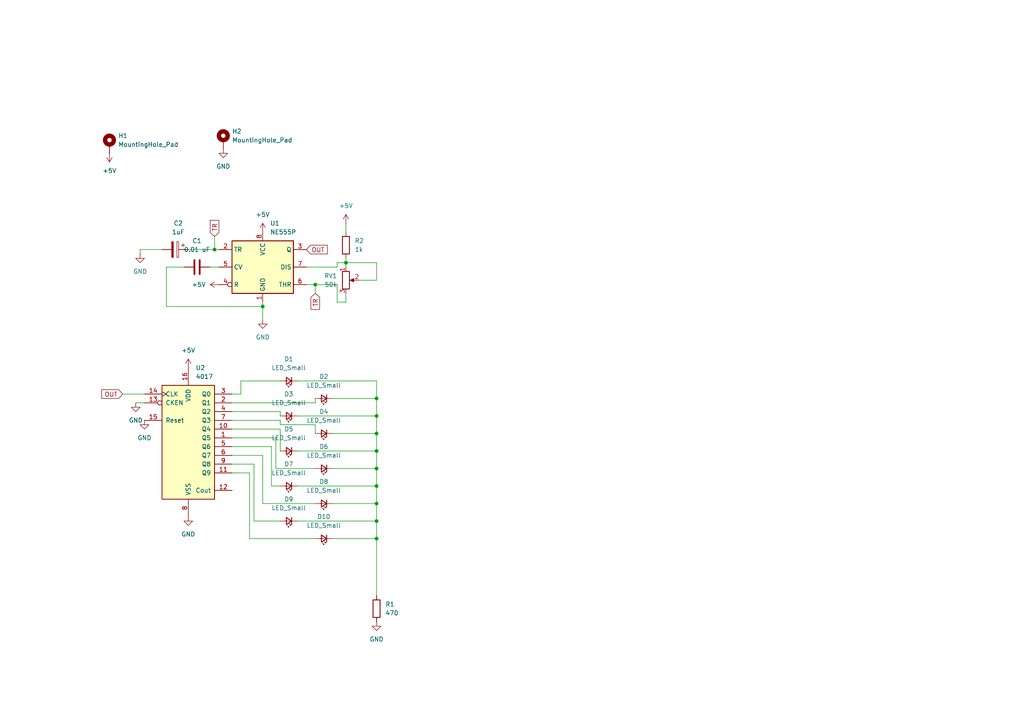
<source format=kicad_sch>
(kicad_sch (version 20250114) (generator "eeschema") (generator_version "9.0")
  (paper "A4")
  (lib_symbols
    (symbol "4xxx:4017" (pin_names (offset 1.016))
      (property "Reference" "U" (at -7.62 16.51 0))
      (property "Value" "4017" (at -7.62 -19.05 0))
      (symbol "4017_1_0"
        (pin input clock (at -12.7 12.7 0) (length 5.08) (name "CLK") (number "14"))
        (pin input inverted (at -12.7 10.16 0) (length 5.08) (name "CKEN") (number "13"))
        (pin input line (at -12.7 5.08 0) (length 5.08) (name "Reset") (number "15"))
        (pin power_in line (at 0 20.32 270) (length 5.08) (name "VDD") (number "16"))
        (pin power_in line (at 0 -22.86 90) (length 5.08) (name "VSS") (number "8"))
        (pin output line (at 12.7 12.7 180) (length 5.08) (name "Q0") (number "3"))
        (pin output line (at 12.7 10.16 180) (length 5.08) (name "Q1") (number "2"))
        (pin output line (at 12.7 7.62 180) (length 5.08) (name "Q2") (number "4"))
        (pin output line (at 12.7 5.08 180) (length 5.08) (name "Q3") (number "7"))
        (pin output line (at 12.7 2.54 180) (length 5.08) (name "Q4") (number "10"))
        (pin output line (at 12.7 0 180) (length 5.08) (name "Q5") (number "1"))
        (pin output line (at 12.7 -2.54 180) (length 5.08) (name "Q6") (number "5"))
        (pin output line (at 12.7 -5.08 180) (length 5.08) (name "Q7") (number "6"))
        (pin output line (at 12.7 -7.62 180) (length 5.08) (name "Q8") (number "9"))
        (pin output line (at 12.7 -10.16 180) (length 5.08) (name "Q9") (number "11"))
        (pin output line (at 12.7 -15.24 180) (length 5.08) (name "Cout") (number "12"))
      )
      (symbol "4017_1_1"
        (rectangle (start -7.62 15.24) (end 7.62 -17.78) (stroke (width 0.254)) (fill (type background)))
      )
    )
    (symbol "Device:C" (pin_numbers (hide yes)) (pin_names (offset 0.254))
      (property "Reference" "C" (at 0.635 2.54 0))
      (property "Value" "C" (at 0.635 -2.54 0))
      (symbol "C_0_1"
        (polyline (pts (xy -2.032 0.762) (xy 2.032 0.762)) (stroke (width 0.508)))
        (polyline (pts (xy -2.032 -0.762) (xy 2.032 -0.762)) (stroke (width 0.508)))
      )
      (symbol "C_1_1"
        (pin passive line (at 0 3.81 270) (length 2.794) (name "~") (number "1"))
        (pin passive line (at 0 -3.81 90) (length 2.794) (name "~") (number "2"))
      )
    )
    (symbol "Device:C_Polarized" (pin_numbers (hide yes)) (pin_names (offset 0.254))
      (property "Reference" "C" (at 0.635 2.54 0))
      (property "Value" "C_Polarized" (at 0.635 -2.54 0))
      (symbol "C_Polarized_0_1"
        (rectangle (start -2.286 0.508) (end 2.286 1.016))
        (polyline (pts (xy -1.778 2.286) (xy -0.762 2.286)))
        (polyline (pts (xy -1.27 2.794) (xy -1.27 1.778)))
        (rectangle (start 2.286 -0.508) (end -2.286 -1.016) (fill (type outline)))
      )
      (symbol "C_Polarized_1_1"
        (pin passive line (at 0 3.81 270) (length 2.794) (name "~") (number "1"))
        (pin passive line (at 0 -3.81 90) (length 2.794) (name "~") (number "2"))
      )
    )
    (symbol "Device:LED_Small" (pin_numbers (hide yes)) (pin_names (offset 0.254) (hide yes))
      (property "Reference" "D" (at -1.27 3.175 0))
      (property "Value" "LED_Small" (at -4.445 -2.54 0))
      (symbol "LED_Small_0_1"
        (polyline (pts (xy -0.762 -1.016) (xy -0.762 1.016)) (stroke (width 0.254)))
        (polyline (pts (xy 0 0.762) (xy -0.508 1.27) (xy -0.254 1.27) (xy -0.508 1.27) (xy -0.508 1.016)))
        (polyline (pts (xy 0.508 1.27) (xy 0 1.778) (xy 0.254 1.778) (xy 0 1.778) (xy 0 1.524)))
        (polyline (pts (xy 0.762 -1.016) (xy -0.762 0) (xy 0.762 1.016) (xy 0.762 -1.016)) (stroke (width 0.254)))
        (polyline (pts (xy 1.016 0) (xy -0.762 0)))
      )
      (symbol "LED_Small_1_1"
        (pin passive line (at -2.54 0 0) (length 1.778) (name "K") (number "1"))
        (pin passive line (at 2.54 0 180) (length 1.778) (name "A") (number "2"))
      )
    )
    (symbol "Device:R" (pin_numbers (hide yes)) (pin_names (offset 0))
      (property "Reference" "R" (at 2.032 0 90))
      (property "Value" "R" (at 0 0 90))
      (symbol "R_0_1"
        (rectangle (start -1.016 -2.54) (end 1.016 2.54) (stroke (width 0.254)))
      )
      (symbol "R_1_1"
        (pin passive line (at 0 3.81 270) (length 1.27) (name "~") (number "1"))
        (pin passive line (at 0 -3.81 90) (length 1.27) (name "~") (number "2"))
      )
    )
    (symbol "Device:R_Potentiometer" (pin_names (offset 1.016) (hide yes))
      (property "Reference" "RV" (at -4.445 0 90))
      (property "Value" "R_Potentiometer" (at -2.54 0 90))
      (symbol "R_Potentiometer_0_1"
        (rectangle (start 1.016 2.54) (end -1.016 -2.54) (stroke (width 0.254)))
        (polyline (pts (xy 1.143 0) (xy 2.286 0.508) (xy 2.286 -0.508) (xy 1.143 0)) (fill (type outline)))
        (polyline (pts (xy 2.54 0) (xy 1.524 0)))
      )
      (symbol "R_Potentiometer_1_1"
        (pin passive line (at 0 3.81 270) (length 1.27) (name "1") (number "1"))
        (pin passive line (at 0 -3.81 90) (length 1.27) (name "3") (number "3"))
        (pin passive line (at 3.81 0 180) (length 1.27) (name "2") (number "2"))
      )
    )
    (symbol "Mechanical:MountingHole_Pad" (pin_numbers (hide yes)) (pin_names (offset 1.016) (hide yes)) (in_bom no)
      (property "Reference" "H" (at 0 6.35 0))
      (property "Value" "MountingHole_Pad" (at 0 4.445 0))
      (symbol "MountingHole_Pad_0_1"
        (circle (center 0 1.27) (radius 1.27) (stroke (width 1.27)))
      )
      (symbol "MountingHole_Pad_1_1"
        (pin input line (at 0 -2.54 90) (length 2.54) (name "1") (number "1"))
      )
    )
    (symbol "Timer:NE555P"
      (property "Reference" "U" (at -10.16 8.89 0))
      (property "Value" "NE555P" (at 2.54 8.89 0))
      (symbol "NE555P_0_0"
        (pin power_in line (at 0 10.16 270) (length 2.54) (name "VCC") (number "8"))
        (pin power_in line (at 0 -10.16 90) (length 2.54) (name "GND") (number "1"))
      )
      (symbol "NE555P_0_1"
        (rectangle (start -8.89 -7.62) (end 8.89 7.62) (stroke (width 0.254)) (fill (type background)))
        (rectangle (start -8.89 -7.62) (end 8.89 7.62) (stroke (width 0.254)) (fill (type background)))
      )
      (symbol "NE555P_1_1"
        (pin input line (at -12.7 5.08 0) (length 3.81) (name "TR") (number "2"))
        (pin input line (at -12.7 0 0) (length 3.81) (name "CV") (number "5"))
        (pin input inverted (at -12.7 -5.08 0) (length 3.81) (name "R") (number "4"))
        (pin output line (at 12.7 5.08 180) (length 3.81) (name "Q") (number "3"))
        (pin input line (at 12.7 0 180) (length 3.81) (name "DIS") (number "7"))
        (pin input line (at 12.7 -5.08 180) (length 3.81) (name "THR") (number "6"))
      )
    )
    (symbol "power:+5V" (power) (pin_numbers (hide yes)) (pin_names (offset 0) (hide yes))
      (property "Value" "+5V" (at 0 3.556 0))
      (symbol "+5V_0_1"
        (polyline (pts (xy -0.762 1.27) (xy 0 2.54)))
        (polyline (pts (xy 0 2.54) (xy 0.762 1.27)))
        (polyline (pts (xy 0 0) (xy 0 2.54)))
      )
      (symbol "+5V_1_1"
        (pin power_in line (at 0 0 90) (length 0) (name "~") (number "1"))
      )
    )
    (symbol "power:GND" (power) (pin_numbers (hide yes)) (pin_names (offset 0) (hide yes))
      (property "Value" "GND" (at 0 -3.81 0))
      (symbol "GND_0_1"
        (polyline (pts (xy 0 0) (xy 0 -1.27) (xy 1.27 -1.27) (xy 0 -2.54) (xy -1.27 -1.27) (xy 0 -1.27)))
      )
      (symbol "GND_1_1"
        (pin power_in line (at 0 0 270) (length 0) (name "~") (number "1"))
      )
    )
  )
  (junction (at 109.22 130.81))
  (junction (at 109.22 120.65))
  (junction (at 76.2 88.9))
  (junction (at 109.22 115.57))
  (junction (at 62.23 72.39))
  (junction (at 109.22 140.97))
  (junction (at 109.22 156.21))
  (junction (at 109.22 125.73))
  (junction (at 109.22 146.05))
  (junction (at 109.22 135.89))
  (junction (at 91.44 82.55))
  (junction (at 109.22 151.13))
  (junction (at 100.33 76.2))
  (wire (pts (xy 53.34 77.47) (xy 48.26 77.47)))
  (wire (pts (xy 96.52 146.05) (xy 109.22 146.05)))
  (wire (pts (xy 86.36 140.97) (xy 109.22 140.97)))
  (wire (pts (xy 91.44 146.05) (xy 76.2 146.05)))
  (wire (pts (xy 109.22 110.49) (xy 109.22 115.57)))
  (wire (pts (xy 81.28 119.38) (xy 67.31 119.38)))
  (wire (pts (xy 109.22 151.13) (xy 109.22 156.21)))
  (wire (pts (xy 76.2 132.08) (xy 67.31 132.08)))
  (wire (pts (xy 91.44 82.55) (xy 97.79 82.55)))
  (wire (pts (xy 100.33 74.93) (xy 100.33 76.2)))
  (wire (pts (xy 76.2 88.9) (xy 76.2 92.71)))
  (wire (pts (xy 81.28 123.19) (xy 81.28 121.92)))
  (wire (pts (xy 62.23 72.39) (xy 63.5 72.39)))
  (wire (pts (xy 86.36 120.65) (xy 109.22 120.65)))
  (wire (pts (xy 72.39 156.21) (xy 72.39 137.16)))
  (wire (pts (xy 81.28 121.92) (xy 67.31 121.92)))
  (wire (pts (xy 104.14 81.28) (xy 109.22 81.28)))
  (wire (pts (xy 91.44 115.57) (xy 91.44 116.84)))
  (wire (pts (xy 91.44 82.55) (xy 91.44 85.09)))
  (wire (pts (xy 86.36 110.49) (xy 109.22 110.49)))
  (wire (pts (xy 88.9 82.55) (xy 91.44 82.55)))
  (wire (pts (xy 81.28 130.81) (xy 81.28 124.46)))
  (wire (pts (xy 97.79 77.47) (xy 97.79 76.2)))
  (wire (pts (xy 69.85 110.49) (xy 69.85 114.3)))
  (wire (pts (xy 54.61 72.39) (xy 62.23 72.39)))
  (wire (pts (xy 48.26 88.9) (xy 76.2 88.9)))
  (wire (pts (xy 91.44 156.21) (xy 72.39 156.21)))
  (wire (pts (xy 35.56 114.3) (xy 41.91 114.3)))
  (wire (pts (xy 80.01 135.89) (xy 80.01 127)))
  (wire (pts (xy 73.66 151.13) (xy 73.66 134.62)))
  (wire (pts (xy 91.44 125.73) (xy 91.44 123.19)))
  (wire (pts (xy 81.28 140.97) (xy 78.74 140.97)))
  (wire (pts (xy 46.99 72.39) (xy 40.64 72.39)))
  (wire (pts (xy 109.22 140.97) (xy 109.22 146.05)))
  (wire (pts (xy 97.79 76.2) (xy 100.33 76.2)))
  (wire (pts (xy 72.39 137.16) (xy 67.31 137.16)))
  (wire (pts (xy 40.64 72.39) (xy 40.64 73.66)))
  (wire (pts (xy 60.96 77.47) (xy 63.5 77.47)))
  (wire (pts (xy 91.44 135.89) (xy 80.01 135.89)))
  (wire (pts (xy 86.36 151.13) (xy 109.22 151.13)))
  (wire (pts (xy 86.36 130.81) (xy 109.22 130.81)))
  (wire (pts (xy 100.33 76.2) (xy 100.33 77.47)))
  (wire (pts (xy 109.22 156.21) (xy 109.22 172.72)))
  (wire (pts (xy 97.79 87.63) (xy 97.79 82.55)))
  (wire (pts (xy 62.23 68.58) (xy 62.23 72.39)))
  (wire (pts (xy 91.44 123.19) (xy 81.28 123.19)))
  (wire (pts (xy 67.31 124.46) (xy 81.28 124.46)))
  (wire (pts (xy 80.01 127) (xy 67.31 127)))
  (wire (pts (xy 69.85 114.3) (xy 67.31 114.3)))
  (wire (pts (xy 76.2 146.05) (xy 76.2 132.08)))
  (wire (pts (xy 78.74 129.54) (xy 67.31 129.54)))
  (wire (pts (xy 39.37 116.84) (xy 41.91 116.84)))
  (wire (pts (xy 109.22 146.05) (xy 109.22 151.13)))
  (wire (pts (xy 81.28 151.13) (xy 73.66 151.13)))
  (wire (pts (xy 100.33 85.09) (xy 100.33 87.63)))
  (wire (pts (xy 88.9 77.47) (xy 97.79 77.47)))
  (wire (pts (xy 81.28 110.49) (xy 69.85 110.49)))
  (wire (pts (xy 48.26 77.47) (xy 48.26 88.9)))
  (wire (pts (xy 73.66 134.62) (xy 67.31 134.62)))
  (wire (pts (xy 81.28 120.65) (xy 81.28 119.38)))
  (wire (pts (xy 109.22 125.73) (xy 109.22 130.81)))
  (wire (pts (xy 96.52 135.89) (xy 109.22 135.89)))
  (wire (pts (xy 109.22 135.89) (xy 109.22 140.97)))
  (wire (pts (xy 96.52 115.57) (xy 109.22 115.57)))
  (wire (pts (xy 91.44 116.84) (xy 67.31 116.84)))
  (wire (pts (xy 76.2 88.9) (xy 76.2 87.63)))
  (wire (pts (xy 109.22 130.81) (xy 109.22 135.89)))
  (wire (pts (xy 109.22 76.2) (xy 109.22 81.28)))
  (wire (pts (xy 100.33 64.77) (xy 100.33 67.31)))
  (wire (pts (xy 78.74 140.97) (xy 78.74 129.54)))
  (wire (pts (xy 109.22 115.57) (xy 109.22 120.65)))
  (wire (pts (xy 100.33 87.63) (xy 97.79 87.63)))
  (wire (pts (xy 96.52 125.73) (xy 109.22 125.73)))
  (wire (pts (xy 109.22 120.65) (xy 109.22 125.73)))
  (wire (pts (xy 96.52 156.21) (xy 109.22 156.21)))
  (wire (pts (xy 100.33 76.2) (xy 109.22 76.2)))
  (global_label "TR" (shape input) (at 62.23 68.58 90) (property "Intersheetrefs" "${INTERSHEET_REFS}" (effects (hide yes))))
  (global_label "TR" (shape input) (at 91.44 85.09 270) (property "Intersheetrefs" "${INTERSHEET_REFS}" (effects (hide yes))))
  (global_label "OUT" (shape input) (at 35.56 114.3 180) (property "Intersheetrefs" "${INTERSHEET_REFS}" (effects (hide yes))))
  (global_label "OUT" (shape input) (at 88.9 72.39 0) (property "Intersheetrefs" "${INTERSHEET_REFS}" (effects (hide yes))))
  (symbol (lib_id "Device:LED_Small") (at 83.82 120.65 180) (unit 1)
    (property "Reference" "D3" (at 83.7565 114.3 0))
    (property "Value" "LED_Small" (at 83.7565 116.84 0))
    (property "Footprint" "LED_THT:LED_D5.0mm" (effects (hide yes)))
    (property "Description" "Light emitting diode, small symbol" (effects (hide yes)))
    (property "Sim.Pin" "1=K 2=A" (effects (hide yes)))
  )
  (symbol (lib_id "Device:C_Polarized") (at 50.8 72.39 270) (unit 1)
    (property "Reference" "C2" (at 51.689 64.77 90))
    (property "Value" "1uF" (at 51.689 67.31 90))
    (property "Footprint" "Capacitor_THT:C_Disc_D7.5mm_W5.0mm_P5.00mm" (effects (hide yes)))
    (property "Description" "Polarized capacitor" (effects (hide yes)))
  )
  (symbol (lib_id "power:GND") (at 40.64 73.66 0) (unit 1)
    (property "Reference" "#PWR01" (effects (hide yes)))
    (property "Value" "GND" (at 40.64 78.74 0))
    (property "Description" "Power symbol creates a global label with name \"GND\" , ground" (effects (hide yes)))
  )
  (symbol (lib_id "power:+5V") (at 63.5 82.55 90) (unit 1)
    (property "Reference" "#PWR03" (effects (hide yes)))
    (property "Value" "+5V" (at 59.69 82.5499 90) (effects (justify left)))
    (property "Description" "Power symbol creates a global label with name \"+5V\"" (effects (hide yes)))
  )
  (symbol (lib_id "power:+5V") (at 100.33 64.77 0) (unit 1)
    (property "Reference" "#PWR04" (effects (hide yes)))
    (property "Value" "+5V" (at 100.33 59.69 0))
    (property "Description" "Power symbol creates a global label with name \"+5V\"" (effects (hide yes)))
  )
  (symbol (lib_id "power:+5V") (at 54.61 106.68 0) (unit 1)
    (property "Reference" "#PWR09" (effects (hide yes)))
    (property "Value" "+5V" (at 54.61 101.6 0))
    (property "Description" "Power symbol creates a global label with name \"+5V\"" (effects (hide yes)))
  )
  (symbol (lib_id "Device:R") (at 100.33 71.12 0) (unit 1)
    (property "Reference" "R2" (at 102.87 69.8499 0) (effects (justify left)))
    (property "Value" "1k" (at 102.87 72.3899 0) (effects (justify left)))
    (property "Footprint" "Resistor_THT:R_Axial_DIN0207_L6.3mm_D2.5mm_P7.62mm_Horizontal" (effects (hide yes)))
    (property "Description" "Resistor" (effects (hide yes)))
  )
  (symbol (lib_id "Device:LED_Small") (at 83.82 140.97 180) (unit 1)
    (property "Reference" "D7" (at 83.7565 134.62 0))
    (property "Value" "LED_Small" (at 83.7565 137.16 0))
    (property "Footprint" "LED_THT:LED_D5.0mm" (effects (hide yes)))
    (property "Description" "Light emitting diode, small symbol" (effects (hide yes)))
    (property "Sim.Pin" "1=K 2=A" (effects (hide yes)))
  )
  (symbol (lib_id "power:+5V") (at 31.75 44.45 180) (unit 1)
    (property "Reference" "#PWR011" (effects (hide yes)))
    (property "Value" "+5V" (at 31.75 49.53 0))
    (property "Description" "Power symbol creates a global label with name \"+5V\"" (effects (hide yes)))
  )
  (symbol (lib_id "power:GND") (at 109.22 180.34 0) (unit 1)
    (property "Reference" "#PWR010" (effects (hide yes)))
    (property "Value" "GND" (at 109.22 185.42 0))
    (property "Description" "Power symbol creates a global label with name \"GND\" , ground" (effects (hide yes)))
  )
  (symbol (lib_id "Device:LED_Small") (at 83.82 130.81 180) (unit 1)
    (property "Reference" "D5" (at 83.7565 124.46 0))
    (property "Value" "LED_Small" (at 83.7565 127 0))
    (property "Footprint" "LED_THT:LED_D5.0mm" (effects (hide yes)))
    (property "Description" "Light emitting diode, small symbol" (effects (hide yes)))
    (property "Sim.Pin" "1=K 2=A" (effects (hide yes)))
  )
  (symbol (lib_id "Device:LED_Small") (at 93.98 125.73 180) (unit 1)
    (property "Reference" "D4" (at 93.9165 119.38 0))
    (property "Value" "LED_Small" (at 93.9165 121.92 0))
    (property "Footprint" "LED_THT:LED_D5.0mm" (effects (hide yes)))
    (property "Description" "Light emitting diode, small symbol" (effects (hide yes)))
    (property "Sim.Pin" "1=K 2=A" (effects (hide yes)))
  )
  (symbol (lib_id "power:GND") (at 64.77 43.18 0) (unit 1)
    (property "Reference" "#PWR012" (effects (hide yes)))
    (property "Value" "GND" (at 64.77 48.26 0))
    (property "Description" "Power symbol creates a global label with name \"GND\" , ground" (effects (hide yes)))
  )
  (symbol (lib_id "power:GND") (at 54.61 149.86 0) (unit 1)
    (property "Reference" "#PWR08" (effects (hide yes)))
    (property "Value" "GND" (at 54.61 154.94 0))
    (property "Description" "Power symbol creates a global label with name \"GND\" , ground" (effects (hide yes)))
  )
  (symbol (lib_id "Device:LED_Small") (at 93.98 115.57 180) (unit 1)
    (property "Reference" "D2" (at 93.9165 109.22 0))
    (property "Value" "LED_Small" (at 93.9165 111.76 0))
    (property "Footprint" "LED_THT:LED_D5.0mm" (effects (hide yes)))
    (property "Description" "Light emitting diode, small symbol" (effects (hide yes)))
    (property "Sim.Pin" "1=K 2=A" (effects (hide yes)))
  )
  (symbol (lib_id "Device:C") (at 57.15 77.47 90) (unit 1)
    (property "Reference" "C1" (at 57.15 69.85 90))
    (property "Value" "0.01 uF" (at 57.15 72.39 90))
    (property "Footprint" "Capacitor_THT:C_Disc_D5.1mm_W3.2mm_P5.00mm" (effects (hide yes)))
    (property "Description" "Unpolarized capacitor" (effects (hide yes)))
  )
  (symbol (lib_id "4xxx:4017") (at 54.61 127 0) (unit 1)
    (property "Reference" "U2" (at 56.7533 106.68 0) (effects (justify left)))
    (property "Value" "4017" (at 56.7533 109.22 0) (effects (justify left)))
    (property "Footprint" "footprints:N16" (effects (hide yes)))
    (property "Datasheet" "http://www.intersil.com/content/dam/Intersil/documents/cd40/cd4017bms-22bms.pdf" (effects (hide yes)))
    (property "Description" "Johnson Counter ( 10 outputs )" (effects (hide yes)))
  )
  (symbol (lib_id "Mechanical:MountingHole_Pad") (at 64.77 40.64 0) (unit 1) (in_bom no)
    (property "Reference" "H2" (at 67.31 38.0999 0) (effects (justify left)))
    (property "Value" "MountingHole_Pad" (at 67.31 40.6399 0) (effects (justify left)))
    (property "Footprint" "MountingHole:MountingHole_3.2mm_M3_Pad" (effects (hide yes)))
    (property "Description" "Mounting Hole with connection" (effects (hide yes)))
  )
  (symbol (lib_id "Device:LED_Small") (at 93.98 156.21 180) (unit 1)
    (property "Reference" "D10" (at 93.9165 149.86 0))
    (property "Value" "LED_Small" (at 93.9165 152.4 0))
    (property "Footprint" "LED_THT:LED_D5.0mm" (effects (hide yes)))
    (property "Description" "Light emitting diode, small symbol" (effects (hide yes)))
    (property "Sim.Pin" "1=K 2=A" (effects (hide yes)))
  )
  (symbol (lib_id "Device:LED_Small") (at 93.98 135.89 180) (unit 1)
    (property "Reference" "D6" (at 93.9165 129.54 0))
    (property "Value" "LED_Small" (at 93.9165 132.08 0))
    (property "Footprint" "LED_THT:LED_D5.0mm" (effects (hide yes)))
    (property "Description" "Light emitting diode, small symbol" (effects (hide yes)))
    (property "Sim.Pin" "1=K 2=A" (effects (hide yes)))
  )
  (symbol (lib_id "Device:LED_Small") (at 93.98 146.05 180) (unit 1)
    (property "Reference" "D8" (at 93.9165 139.7 0))
    (property "Value" "LED_Small" (at 93.9165 142.24 0))
    (property "Footprint" "LED_THT:LED_D5.0mm" (effects (hide yes)))
    (property "Description" "Light emitting diode, small symbol" (effects (hide yes)))
    (property "Sim.Pin" "1=K 2=A" (effects (hide yes)))
  )
  (symbol (lib_id "power:GND") (at 39.37 116.84 0) (unit 1)
    (property "Reference" "#PWR06" (effects (hide yes)))
    (property "Value" "GND" (at 39.37 121.92 0))
    (property "Description" "Power symbol creates a global label with name \"GND\" , ground" (effects (hide yes)))
  )
  (symbol (lib_id "Device:LED_Small") (at 83.82 110.49 180) (unit 1)
    (property "Reference" "D1" (at 83.7565 104.14 0))
    (property "Value" "LED_Small" (at 83.7565 106.68 0))
    (property "Footprint" "LED_THT:LED_D5.0mm" (effects (hide yes)))
    (property "Description" "Light emitting diode, small symbol" (effects (hide yes)))
    (property "Sim.Pin" "1=K 2=A" (effects (hide yes)))
  )
  (symbol (lib_id "power:GND") (at 76.2 92.71 0) (unit 1)
    (property "Reference" "#PWR02" (effects (hide yes)))
    (property "Value" "GND" (at 76.2 97.79 0))
    (property "Description" "Power symbol creates a global label with name \"GND\" , ground" (effects (hide yes)))
  )
  (symbol (lib_id "Timer:NE555P") (at 76.2 77.47 0) (unit 1)
    (property "Reference" "U1" (at 78.3433 64.77 0) (effects (justify left)))
    (property "Value" "NE555P" (at 78.3433 67.31 0) (effects (justify left)))
    (property "Footprint" "Package_DIP:DIP-8_W7.62mm" (effects (hide yes)))
    (property "Datasheet" "http://www.ti.com/lit/ds/symlink/ne555.pdf" (effects (hide yes)))
    (property "Description" "Precision Timers, 555 compatible,  PDIP-8" (effects (hide yes)))
  )
  (symbol (lib_id "power:+5V") (at 76.2 67.31 0) (unit 1)
    (property "Reference" "#PWR05" (effects (hide yes)))
    (property "Value" "+5V" (at 76.2 62.23 0))
    (property "Description" "Power symbol creates a global label with name \"+5V\"" (effects (hide yes)))
  )
  (symbol (lib_id "Device:R_Potentiometer") (at 100.33 81.28 0) (unit 1)
    (property "Reference" "RV1" (at 97.79 80.0099 0) (effects (justify right)))
    (property "Value" "50k" (at 97.79 82.5499 0) (effects (justify right)))
    (property "Footprint" "Potentiometer_THT:Potentiometer_Bourns_3296W_Vertical" (effects (hide yes)))
    (property "Description" "Potentiometer" (effects (hide yes)))
  )
  (symbol (lib_id "Device:LED_Small") (at 83.82 151.13 180) (unit 1)
    (property "Reference" "D9" (at 83.7565 144.78 0))
    (property "Value" "LED_Small" (at 83.7565 147.32 0))
    (property "Footprint" "LED_THT:LED_D5.0mm" (effects (hide yes)))
    (property "Description" "Light emitting diode, small symbol" (effects (hide yes)))
    (property "Sim.Pin" "1=K 2=A" (effects (hide yes)))
  )
  (symbol (lib_id "Mechanical:MountingHole_Pad") (at 31.75 41.91 0) (unit 1) (in_bom no)
    (property "Reference" "H1" (at 34.29 39.3699 0) (effects (justify left)))
    (property "Value" "MountingHole_Pad" (at 34.29 41.9099 0) (effects (justify left)))
    (property "Footprint" "MountingHole:MountingHole_3.2mm_M3_Pad" (effects (hide yes)))
    (property "Description" "Mounting Hole with connection" (effects (hide yes)))
  )
  (symbol (lib_id "power:GND") (at 41.91 121.92 0) (unit 1)
    (property "Reference" "#PWR07" (effects (hide yes)))
    (property "Value" "GND" (at 41.91 127 0))
    (property "Description" "Power symbol creates a global label with name \"GND\" , ground" (effects (hide yes)))
  )
  (symbol (lib_id "Device:R") (at 109.22 176.53 0) (unit 1)
    (property "Reference" "R1" (at 111.76 175.2599 0) (effects (justify left)))
    (property "Value" "470" (at 111.76 177.7999 0) (effects (justify left)))
    (property "Footprint" "Resistor_THT:R_Axial_DIN0207_L6.3mm_D2.5mm_P7.62mm_Horizontal" (effects (hide yes)))
    (property "Description" "Resistor" (effects (hide yes)))
  )
)
</source>
